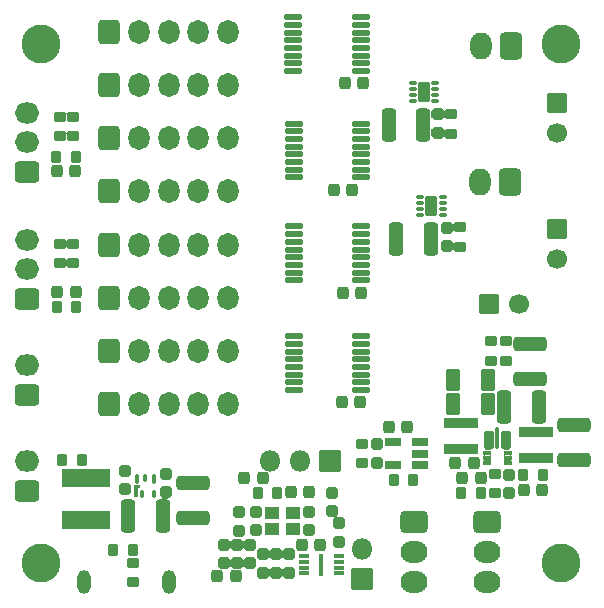
<source format=gbs>
G04 #@! TF.GenerationSoftware,KiCad,Pcbnew,(6.0.7)*
G04 #@! TF.CreationDate,2022-10-27T11:50:25+02:00*
G04 #@! TF.ProjectId,pumpCon,70756d70-436f-46e2-9e6b-696361645f70,rev?*
G04 #@! TF.SameCoordinates,Original*
G04 #@! TF.FileFunction,Soldermask,Bot*
G04 #@! TF.FilePolarity,Negative*
%FSLAX46Y46*%
G04 Gerber Fmt 4.6, Leading zero omitted, Abs format (unit mm)*
G04 Created by KiCad (PCBNEW (6.0.7)) date 2022-10-27 11:50:25*
%MOMM*%
%LPD*%
G01*
G04 APERTURE LIST*
G04 Aperture macros list*
%AMRoundRect*
0 Rectangle with rounded corners*
0 $1 Rounding radius*
0 $2 $3 $4 $5 $6 $7 $8 $9 X,Y pos of 4 corners*
0 Add a 4 corners polygon primitive as box body*
4,1,4,$2,$3,$4,$5,$6,$7,$8,$9,$2,$3,0*
0 Add four circle primitives for the rounded corners*
1,1,$1+$1,$2,$3*
1,1,$1+$1,$4,$5*
1,1,$1+$1,$6,$7*
1,1,$1+$1,$8,$9*
0 Add four rect primitives between the rounded corners*
20,1,$1+$1,$2,$3,$4,$5,0*
20,1,$1+$1,$4,$5,$6,$7,0*
20,1,$1+$1,$6,$7,$8,$9,0*
20,1,$1+$1,$8,$9,$2,$3,0*%
%AMFreePoly0*
4,1,32,-0.330865,0.346194,-0.295510,0.331549,-0.268451,0.304490,-0.253806,0.269135,-0.250000,0.250000,-0.250000,0.150000,0.450000,0.150000,0.469135,0.146194,0.504490,0.131549,0.531549,0.104490,0.546194,0.069135,0.550000,0.050000,0.550000,-0.050000,0.546194,-0.069135,0.531549,-0.104490,0.504490,-0.131549,0.469135,-0.146194,0.450000,-0.150000,-0.450000,-0.150000,-0.469135,-0.146194,
-0.504490,-0.131549,-0.531549,-0.104490,-0.546194,-0.069135,-0.550000,-0.050000,-0.550000,0.250000,-0.546194,0.269135,-0.531549,0.304490,-0.504490,0.331549,-0.469135,0.346194,-0.450000,0.350000,-0.350000,0.350000,-0.330865,0.346194,-0.330865,0.346194,$1*%
G04 Aperture macros list end*
%ADD10O,1.150000X2.000000*%
%ADD11RoundRect,0.300000X0.620000X0.845000X-0.620000X0.845000X-0.620000X-0.845000X0.620000X-0.845000X0*%
%ADD12O,1.840000X2.290000*%
%ADD13RoundRect,0.300000X-0.600000X-0.725000X0.600000X-0.725000X0.600000X0.725000X-0.600000X0.725000X0*%
%ADD14O,1.800000X2.050000*%
%ADD15RoundRect,0.050000X-0.850000X0.850000X-0.850000X-0.850000X0.850000X-0.850000X0.850000X0.850000X0*%
%ADD16O,1.800000X1.800000*%
%ADD17RoundRect,0.300000X0.725000X-0.600000X0.725000X0.600000X-0.725000X0.600000X-0.725000X-0.600000X0*%
%ADD18O,2.050000X1.800000*%
%ADD19RoundRect,0.050000X0.850000X0.850000X-0.850000X0.850000X-0.850000X-0.850000X0.850000X-0.850000X0*%
%ADD20RoundRect,0.300000X0.750000X-0.600000X0.750000X0.600000X-0.750000X0.600000X-0.750000X-0.600000X0*%
%ADD21O,2.100000X1.800000*%
%ADD22RoundRect,0.300000X-0.845000X0.620000X-0.845000X-0.620000X0.845000X-0.620000X0.845000X0.620000X0*%
%ADD23O,2.290000X1.840000*%
%ADD24C,3.300000*%
%ADD25RoundRect,0.050000X-0.800000X-0.800000X0.800000X-0.800000X0.800000X0.800000X-0.800000X0.800000X0*%
%ADD26C,1.700000*%
%ADD27RoundRect,0.050000X-0.800000X0.800000X-0.800000X-0.800000X0.800000X-0.800000X0.800000X0.800000X0*%
%ADD28RoundRect,0.275000X-0.250000X0.225000X-0.250000X-0.225000X0.250000X-0.225000X0.250000X0.225000X0*%
%ADD29RoundRect,0.250000X-0.200000X-0.275000X0.200000X-0.275000X0.200000X0.275000X-0.200000X0.275000X0*%
%ADD30RoundRect,0.200000X0.512500X0.150000X-0.512500X0.150000X-0.512500X-0.150000X0.512500X-0.150000X0*%
%ADD31RoundRect,0.300000X0.325000X0.650000X-0.325000X0.650000X-0.325000X-0.650000X0.325000X-0.650000X0*%
%ADD32RoundRect,0.275000X0.225000X0.250000X-0.225000X0.250000X-0.225000X-0.250000X0.225000X-0.250000X0*%
%ADD33RoundRect,0.275000X-0.225000X-0.250000X0.225000X-0.250000X0.225000X0.250000X-0.225000X0.250000X0*%
%ADD34RoundRect,0.050000X1.350000X-0.400000X1.350000X0.400000X-1.350000X0.400000X-1.350000X-0.400000X0*%
%ADD35RoundRect,0.250000X0.200000X0.275000X-0.200000X0.275000X-0.200000X-0.275000X0.200000X-0.275000X0*%
%ADD36RoundRect,0.275000X0.250000X-0.225000X0.250000X0.225000X-0.250000X0.225000X-0.250000X-0.225000X0*%
%ADD37RoundRect,0.250000X-0.275000X0.200000X-0.275000X-0.200000X0.275000X-0.200000X0.275000X0.200000X0*%
%ADD38RoundRect,0.250000X0.275000X-0.200000X0.275000X0.200000X-0.275000X0.200000X-0.275000X-0.200000X0*%
%ADD39RoundRect,0.250000X0.200000X0.525000X-0.200000X0.525000X-0.200000X-0.525000X0.200000X-0.525000X0*%
%ADD40RoundRect,0.125000X0.225000X0.075000X-0.225000X0.075000X-0.225000X-0.075000X0.225000X-0.075000X0*%
%ADD41RoundRect,0.125000X0.075000X0.787500X-0.075000X0.787500X-0.075000X-0.787500X0.075000X-0.787500X0*%
%ADD42RoundRect,0.300000X-1.100000X0.325000X-1.100000X-0.325000X1.100000X-0.325000X1.100000X0.325000X0*%
%ADD43RoundRect,0.100000X-0.050000X0.300000X-0.050000X-0.300000X0.050000X-0.300000X0.050000X0.300000X0*%
%ADD44RoundRect,0.100000X-0.050000X0.250000X-0.050000X-0.250000X0.050000X-0.250000X0.050000X0.250000X0*%
%ADD45FreePoly0,270.000000*%
%ADD46RoundRect,0.150000X-0.637500X-0.100000X0.637500X-0.100000X0.637500X0.100000X-0.637500X0.100000X0*%
%ADD47RoundRect,0.050000X0.250000X0.125000X-0.250000X0.125000X-0.250000X-0.125000X0.250000X-0.125000X0*%
%ADD48RoundRect,0.050000X0.450000X0.800000X-0.450000X0.800000X-0.450000X-0.800000X0.450000X-0.800000X0*%
%ADD49RoundRect,0.300000X-0.325000X-1.100000X0.325000X-1.100000X0.325000X1.100000X-0.325000X1.100000X0*%
%ADD50RoundRect,0.300000X0.325000X1.100000X-0.325000X1.100000X-0.325000X-1.100000X0.325000X-1.100000X0*%
%ADD51RoundRect,0.268750X0.218750X0.256250X-0.218750X0.256250X-0.218750X-0.256250X0.218750X-0.256250X0*%
%ADD52RoundRect,0.300000X1.100000X-0.325000X1.100000X0.325000X-1.100000X0.325000X-1.100000X-0.325000X0*%
%ADD53RoundRect,0.050000X0.575000X0.500000X-0.575000X0.500000X-0.575000X-0.500000X0.575000X-0.500000X0*%
%ADD54RoundRect,0.050000X0.375000X0.150000X-0.375000X0.150000X-0.375000X-0.150000X0.375000X-0.150000X0*%
%ADD55RoundRect,0.050000X0.150000X0.850000X-0.150000X0.850000X-0.150000X-0.850000X0.150000X-0.850000X0*%
%ADD56RoundRect,0.050000X-2.000000X0.750000X-2.000000X-0.750000X2.000000X-0.750000X2.000000X0.750000X0*%
G04 APERTURE END LIST*
D10*
X72825000Y-110050000D03*
X65675000Y-110050000D03*
D11*
X101770000Y-64680000D03*
D12*
X99230000Y-64680000D03*
D13*
X67800000Y-77000000D03*
D14*
X70300000Y-77000000D03*
X72800000Y-77000000D03*
X75300000Y-77000000D03*
X77800000Y-77000000D03*
D13*
X67800000Y-81500000D03*
D14*
X70300000Y-81500000D03*
X72800000Y-81500000D03*
X75300000Y-81500000D03*
X77800000Y-81500000D03*
D15*
X86475000Y-99800000D03*
D16*
X83935000Y-99800000D03*
X81395000Y-99800000D03*
D17*
X60800000Y-86100000D03*
D18*
X60800000Y-83600000D03*
X60800000Y-81100000D03*
D19*
X89175000Y-109850000D03*
D16*
X89175000Y-107310000D03*
D13*
X67800000Y-90500000D03*
D14*
X70300000Y-90500000D03*
X72800000Y-90500000D03*
X75300000Y-90500000D03*
X77800000Y-90500000D03*
D20*
X60800000Y-94200000D03*
D21*
X60800000Y-91700000D03*
D11*
X101720000Y-76230000D03*
D12*
X99180000Y-76230000D03*
D13*
X67800000Y-86000000D03*
D14*
X70300000Y-86000000D03*
X72800000Y-86000000D03*
X75300000Y-86000000D03*
X77800000Y-86000000D03*
D22*
X93580000Y-104960000D03*
D23*
X93580000Y-107500000D03*
X93580000Y-110040000D03*
D24*
X106000000Y-64500000D03*
D13*
X67800000Y-63500000D03*
D14*
X70300000Y-63500000D03*
X72800000Y-63500000D03*
X75300000Y-63500000D03*
X77800000Y-63500000D03*
D13*
X67800000Y-68000000D03*
D14*
X70300000Y-68000000D03*
X72800000Y-68000000D03*
X75300000Y-68000000D03*
X77800000Y-68000000D03*
D25*
X99950000Y-86500000D03*
D26*
X102450000Y-86500000D03*
D24*
X62000000Y-108500000D03*
D27*
X105700000Y-80217621D03*
D26*
X105700000Y-82717621D03*
D20*
X60800000Y-102350000D03*
D21*
X60800000Y-99850000D03*
D13*
X67800000Y-95000000D03*
D14*
X70300000Y-95000000D03*
X72800000Y-95000000D03*
X75300000Y-95000000D03*
X77800000Y-95000000D03*
D27*
X105650000Y-69517621D03*
D26*
X105650000Y-72017621D03*
D17*
X60800000Y-75350000D03*
D18*
X60800000Y-72850000D03*
X60800000Y-70350000D03*
D13*
X67800000Y-72500000D03*
D14*
X70300000Y-72500000D03*
X72800000Y-72500000D03*
X75300000Y-72500000D03*
X77800000Y-72500000D03*
D24*
X106000000Y-108500000D03*
X62000000Y-64500000D03*
D22*
X99780000Y-104960000D03*
D23*
X99780000Y-107500000D03*
X99780000Y-110040000D03*
D28*
X80200000Y-104125000D03*
X80200000Y-105675000D03*
D29*
X97575000Y-102500000D03*
X99225000Y-102500000D03*
D30*
X94087500Y-98250000D03*
X94087500Y-99200000D03*
X94087500Y-100150000D03*
X91812500Y-100150000D03*
X91812500Y-98250000D03*
D29*
X63800000Y-99750000D03*
X65450000Y-99750000D03*
D31*
X99825000Y-95000000D03*
X96875000Y-95000000D03*
D28*
X95600000Y-70475000D03*
X95600000Y-72025000D03*
D32*
X64925000Y-85550000D03*
X63375000Y-85550000D03*
D29*
X102825000Y-101000000D03*
X104475000Y-101000000D03*
D33*
X84075000Y-106900000D03*
X85625000Y-106900000D03*
X97075000Y-100000000D03*
X98625000Y-100000000D03*
D34*
X97600000Y-98850000D03*
X97600000Y-96650000D03*
D28*
X96355000Y-80075000D03*
X96355000Y-81625000D03*
D35*
X64925000Y-74050000D03*
X63275000Y-74050000D03*
D33*
X83175000Y-102450000D03*
X84725000Y-102450000D03*
D36*
X78600000Y-108475000D03*
X78600000Y-106925000D03*
D34*
X103900000Y-99600000D03*
X103900000Y-97400000D03*
D36*
X101650000Y-102525000D03*
X101650000Y-100975000D03*
D37*
X64700000Y-81425000D03*
X64700000Y-83075000D03*
X96700000Y-70475000D03*
X96700000Y-72125000D03*
D38*
X89200000Y-100025000D03*
X89200000Y-98375000D03*
D28*
X78800000Y-104175000D03*
X78800000Y-105725000D03*
D39*
X101400000Y-98062500D03*
D40*
X101500000Y-99112500D03*
X101500000Y-99562500D03*
X101500000Y-100012500D03*
X99800000Y-100012500D03*
X99800000Y-99562500D03*
X99800000Y-99112500D03*
D39*
X99900000Y-98062500D03*
D41*
X100650000Y-97925000D03*
D32*
X80775000Y-101300000D03*
X79225000Y-101300000D03*
D42*
X107100000Y-96775000D03*
X107100000Y-99725000D03*
D36*
X80800000Y-109275000D03*
X80800000Y-107725000D03*
D43*
X70150000Y-101350000D03*
D44*
X70800000Y-101300000D03*
D43*
X71600000Y-101350000D03*
D44*
X71600000Y-102600000D03*
X70575000Y-102600000D03*
D45*
X70075000Y-102400000D03*
D29*
X68125000Y-107350000D03*
X69775000Y-107350000D03*
D46*
X83337500Y-66825000D03*
X83337500Y-66175000D03*
X83337500Y-65525000D03*
X83337500Y-64875000D03*
X83337500Y-64225000D03*
X83337500Y-63575000D03*
X83337500Y-62925000D03*
X83337500Y-62275000D03*
X89062500Y-62275000D03*
X89062500Y-62925000D03*
X89062500Y-63575000D03*
X89062500Y-64225000D03*
X89062500Y-64875000D03*
X89062500Y-65525000D03*
X89062500Y-66175000D03*
X89062500Y-66825000D03*
X83387500Y-93825000D03*
X83387500Y-93175000D03*
X83387500Y-92525000D03*
X83387500Y-91875000D03*
X83387500Y-91225000D03*
X83387500Y-90575000D03*
X83387500Y-89925000D03*
X83387500Y-89275000D03*
X89112500Y-89275000D03*
X89112500Y-89925000D03*
X89112500Y-90575000D03*
X89112500Y-91225000D03*
X89112500Y-91875000D03*
X89112500Y-92525000D03*
X89112500Y-93175000D03*
X89112500Y-93825000D03*
D32*
X99225000Y-101250000D03*
X97675000Y-101250000D03*
X89125000Y-85600000D03*
X87575000Y-85600000D03*
D35*
X64975000Y-86750000D03*
X63325000Y-86750000D03*
X82025000Y-102500000D03*
X80375000Y-102500000D03*
D31*
X99825000Y-93000000D03*
X96875000Y-93000000D03*
D36*
X69100000Y-102225000D03*
X69100000Y-100675000D03*
D47*
X96000000Y-77500000D03*
X96000000Y-78000000D03*
X96000000Y-78500000D03*
X96000000Y-79000000D03*
X94100000Y-79000000D03*
X94100000Y-78500000D03*
X94100000Y-78000000D03*
X94100000Y-77500000D03*
D48*
X95050000Y-78250000D03*
D33*
X102875000Y-102250000D03*
X104425000Y-102250000D03*
D36*
X77500000Y-108475000D03*
X77500000Y-106925000D03*
X84700000Y-105675000D03*
X84700000Y-104125000D03*
D37*
X100400000Y-100925000D03*
X100400000Y-102575000D03*
D28*
X90450000Y-98425000D03*
X90450000Y-99975000D03*
D36*
X81900000Y-109275000D03*
X81900000Y-107725000D03*
D37*
X101350000Y-89675000D03*
X101350000Y-91325000D03*
D28*
X87200000Y-105100000D03*
X87200000Y-106650000D03*
D37*
X69750000Y-108425000D03*
X69750000Y-110075000D03*
D49*
X101175000Y-95250000D03*
X104125000Y-95250000D03*
D50*
X94375000Y-71350000D03*
X91425000Y-71350000D03*
D35*
X93525000Y-101450000D03*
X91875000Y-101450000D03*
D32*
X89025000Y-94850000D03*
X87475000Y-94850000D03*
D50*
X72325000Y-104450000D03*
X69375000Y-104450000D03*
D38*
X63650000Y-72325000D03*
X63650000Y-70675000D03*
D42*
X103400000Y-89920000D03*
X103400000Y-92870000D03*
D51*
X78487500Y-109600000D03*
X76912500Y-109600000D03*
D52*
X74850000Y-104625000D03*
X74850000Y-101675000D03*
D33*
X91425000Y-96950000D03*
X92975000Y-96950000D03*
D32*
X64875000Y-75250000D03*
X63325000Y-75250000D03*
D36*
X72600000Y-102475000D03*
X72600000Y-100925000D03*
D53*
X83325000Y-105600000D03*
X81575000Y-105600000D03*
X81575000Y-104200000D03*
X83325000Y-104200000D03*
D46*
X83387500Y-75825000D03*
X83387500Y-75175000D03*
X83387500Y-74525000D03*
X83387500Y-73875000D03*
X83387500Y-73225000D03*
X83387500Y-72575000D03*
X83387500Y-71925000D03*
X83387500Y-71275000D03*
X89112500Y-71275000D03*
X89112500Y-71925000D03*
X89112500Y-72575000D03*
X89112500Y-73225000D03*
X89112500Y-73875000D03*
X89112500Y-74525000D03*
X89112500Y-75175000D03*
X89112500Y-75825000D03*
D36*
X86600000Y-104075000D03*
X86600000Y-102525000D03*
X79700000Y-108475000D03*
X79700000Y-106925000D03*
D47*
X95370000Y-67850000D03*
X95370000Y-68350000D03*
X95370000Y-68850000D03*
X95370000Y-69350000D03*
X93470000Y-69350000D03*
X93470000Y-68850000D03*
X93470000Y-68350000D03*
X93470000Y-67850000D03*
D48*
X94420000Y-68600000D03*
D46*
X83387500Y-84525000D03*
X83387500Y-83875000D03*
X83387500Y-83225000D03*
X83387500Y-82575000D03*
X83387500Y-81925000D03*
X83387500Y-81275000D03*
X83387500Y-80625000D03*
X83387500Y-79975000D03*
X89112500Y-79975000D03*
X89112500Y-80625000D03*
X89112500Y-81275000D03*
X89112500Y-81925000D03*
X89112500Y-82575000D03*
X89112500Y-83225000D03*
X89112500Y-83875000D03*
X89112500Y-84525000D03*
D37*
X97450000Y-80025000D03*
X97450000Y-81675000D03*
D50*
X95005000Y-81000000D03*
X92055000Y-81000000D03*
D36*
X83000000Y-109275000D03*
X83000000Y-107725000D03*
D37*
X100100000Y-89675000D03*
X100100000Y-91325000D03*
D54*
X87200000Y-107850000D03*
X87200000Y-108350000D03*
X87200000Y-108850000D03*
X87200000Y-109350000D03*
X84300000Y-109350000D03*
X84300000Y-108850000D03*
X84300000Y-108350000D03*
X84300000Y-107850000D03*
D55*
X85750000Y-108600000D03*
D37*
X64750000Y-70675000D03*
X64750000Y-72325000D03*
D38*
X63600000Y-83075000D03*
X63600000Y-81425000D03*
D56*
X65850000Y-101250000D03*
X65850000Y-104850000D03*
D32*
X89275000Y-67800000D03*
X87725000Y-67800000D03*
X88325000Y-76900000D03*
X86775000Y-76900000D03*
G36*
X82408294Y-108957744D02*
G01*
X82433640Y-108980971D01*
X82470266Y-108979371D01*
X82491596Y-108958041D01*
X82493528Y-108957523D01*
X82494942Y-108958937D01*
X82494972Y-108959845D01*
X82477000Y-109050199D01*
X82477000Y-109499801D01*
X82495019Y-109590391D01*
X82494376Y-109592285D01*
X82492414Y-109592675D01*
X82491706Y-109592256D01*
X82466360Y-109569029D01*
X82429734Y-109570629D01*
X82408404Y-109591959D01*
X82406472Y-109592477D01*
X82405058Y-109591063D01*
X82405028Y-109590155D01*
X82423000Y-109499801D01*
X82423000Y-109050199D01*
X82404981Y-108959609D01*
X82405624Y-108957715D01*
X82407586Y-108957325D01*
X82408294Y-108957744D01*
G37*
G36*
X81308294Y-108957744D02*
G01*
X81333640Y-108980971D01*
X81370266Y-108979371D01*
X81391596Y-108958041D01*
X81393528Y-108957523D01*
X81394942Y-108958937D01*
X81394972Y-108959845D01*
X81377000Y-109050199D01*
X81377000Y-109499801D01*
X81395019Y-109590391D01*
X81394376Y-109592285D01*
X81392414Y-109592675D01*
X81391706Y-109592256D01*
X81366360Y-109569029D01*
X81329734Y-109570629D01*
X81308404Y-109591959D01*
X81306472Y-109592477D01*
X81305058Y-109591063D01*
X81305028Y-109590155D01*
X81323000Y-109499801D01*
X81323000Y-109050199D01*
X81304981Y-108959609D01*
X81305624Y-108957715D01*
X81307586Y-108957325D01*
X81308294Y-108957744D01*
G37*
G36*
X78008294Y-108157744D02*
G01*
X78033640Y-108180971D01*
X78070266Y-108179371D01*
X78091596Y-108158041D01*
X78093528Y-108157523D01*
X78094942Y-108158937D01*
X78094972Y-108159845D01*
X78077000Y-108250199D01*
X78077000Y-108699801D01*
X78095019Y-108790391D01*
X78094376Y-108792285D01*
X78092414Y-108792675D01*
X78091706Y-108792256D01*
X78066360Y-108769029D01*
X78029734Y-108770629D01*
X78008404Y-108791959D01*
X78006472Y-108792477D01*
X78005058Y-108791063D01*
X78005028Y-108790155D01*
X78023000Y-108699801D01*
X78023000Y-108250199D01*
X78004981Y-108159609D01*
X78005624Y-108157715D01*
X78007586Y-108157325D01*
X78008294Y-108157744D01*
G37*
G36*
X79108294Y-108157744D02*
G01*
X79133640Y-108180971D01*
X79170266Y-108179371D01*
X79191596Y-108158041D01*
X79193528Y-108157523D01*
X79194942Y-108158937D01*
X79194972Y-108159845D01*
X79177000Y-108250199D01*
X79177000Y-108699801D01*
X79195019Y-108790391D01*
X79194376Y-108792285D01*
X79192414Y-108792675D01*
X79191706Y-108792256D01*
X79166360Y-108769029D01*
X79129734Y-108770629D01*
X79108404Y-108791959D01*
X79106472Y-108792477D01*
X79105058Y-108791063D01*
X79105028Y-108790155D01*
X79123000Y-108699801D01*
X79123000Y-108250199D01*
X79104981Y-108159609D01*
X79105624Y-108157715D01*
X79107586Y-108157325D01*
X79108294Y-108157744D01*
G37*
G36*
X82408294Y-107407744D02*
G01*
X82433640Y-107430971D01*
X82470266Y-107429371D01*
X82491596Y-107408041D01*
X82493528Y-107407523D01*
X82494942Y-107408937D01*
X82494972Y-107409845D01*
X82477000Y-107500199D01*
X82477000Y-107949801D01*
X82495019Y-108040391D01*
X82494376Y-108042285D01*
X82492414Y-108042675D01*
X82491706Y-108042256D01*
X82466360Y-108019029D01*
X82429734Y-108020629D01*
X82408404Y-108041959D01*
X82406472Y-108042477D01*
X82405058Y-108041063D01*
X82405028Y-108040155D01*
X82423000Y-107949801D01*
X82423000Y-107500199D01*
X82404981Y-107409609D01*
X82405624Y-107407715D01*
X82407586Y-107407325D01*
X82408294Y-107407744D01*
G37*
G36*
X81308294Y-107407744D02*
G01*
X81333640Y-107430971D01*
X81370266Y-107429371D01*
X81391596Y-107408041D01*
X81393528Y-107407523D01*
X81394942Y-107408937D01*
X81394972Y-107409845D01*
X81377000Y-107500199D01*
X81377000Y-107949801D01*
X81395019Y-108040391D01*
X81394376Y-108042285D01*
X81392414Y-108042675D01*
X81391706Y-108042256D01*
X81366360Y-108019029D01*
X81329734Y-108020629D01*
X81308404Y-108041959D01*
X81306472Y-108042477D01*
X81305058Y-108041063D01*
X81305028Y-108040155D01*
X81323000Y-107949801D01*
X81323000Y-107500199D01*
X81304981Y-107409609D01*
X81305624Y-107407715D01*
X81307586Y-107407325D01*
X81308294Y-107407744D01*
G37*
G36*
X78008294Y-106607744D02*
G01*
X78033640Y-106630971D01*
X78070266Y-106629371D01*
X78091596Y-106608041D01*
X78093528Y-106607523D01*
X78094942Y-106608937D01*
X78094972Y-106609845D01*
X78077000Y-106700199D01*
X78077000Y-107149801D01*
X78095019Y-107240391D01*
X78094376Y-107242285D01*
X78092414Y-107242675D01*
X78091706Y-107242256D01*
X78066360Y-107219029D01*
X78029734Y-107220629D01*
X78008404Y-107241959D01*
X78006472Y-107242477D01*
X78005058Y-107241063D01*
X78005028Y-107240155D01*
X78023000Y-107149801D01*
X78023000Y-106700199D01*
X78004981Y-106609609D01*
X78005624Y-106607715D01*
X78007586Y-106607325D01*
X78008294Y-106607744D01*
G37*
G36*
X79108294Y-106607744D02*
G01*
X79133640Y-106630971D01*
X79170266Y-106629371D01*
X79191596Y-106608041D01*
X79193528Y-106607523D01*
X79194942Y-106608937D01*
X79194972Y-106609845D01*
X79177000Y-106700199D01*
X79177000Y-107149801D01*
X79195019Y-107240391D01*
X79194376Y-107242285D01*
X79192414Y-107242675D01*
X79191706Y-107242256D01*
X79166360Y-107219029D01*
X79129734Y-107220629D01*
X79108404Y-107241959D01*
X79106472Y-107242477D01*
X79105058Y-107241063D01*
X79105028Y-107240155D01*
X79123000Y-107149801D01*
X79123000Y-106700199D01*
X79104981Y-106609609D01*
X79105624Y-106607715D01*
X79107586Y-106607325D01*
X79108294Y-106607744D01*
G37*
G36*
X87025408Y-104508383D02*
G01*
X87024826Y-104509928D01*
X87018975Y-104515779D01*
X87004800Y-104550002D01*
X87018810Y-104583826D01*
X87053397Y-104598152D01*
X87054615Y-104599739D01*
X87053850Y-104601587D01*
X87052632Y-104602000D01*
X86950199Y-104602000D01*
X86845541Y-104622818D01*
X86777699Y-104668149D01*
X86775703Y-104668280D01*
X86774592Y-104666617D01*
X86775174Y-104665072D01*
X86781025Y-104659221D01*
X86795200Y-104624998D01*
X86781190Y-104591174D01*
X86746603Y-104576848D01*
X86745385Y-104575261D01*
X86746150Y-104573413D01*
X86747368Y-104573000D01*
X86849801Y-104573000D01*
X86954459Y-104552182D01*
X87022301Y-104506851D01*
X87024297Y-104506720D01*
X87025408Y-104508383D01*
G37*
G36*
X72350199Y-102973000D02*
G01*
X72771286Y-102973000D01*
X72773018Y-102974000D01*
X72773018Y-102976000D01*
X72772051Y-102976848D01*
X72737464Y-102991174D01*
X72723454Y-103024998D01*
X72737561Y-103059058D01*
X72750359Y-103068194D01*
X72782980Y-103084140D01*
X72784097Y-103085799D01*
X72783219Y-103087596D01*
X72781293Y-103087766D01*
X72718485Y-103059998D01*
X72649880Y-103052000D01*
X72236027Y-103052000D01*
X72234295Y-103051000D01*
X72234295Y-103049000D01*
X72235262Y-103048152D01*
X72269849Y-103033826D01*
X72283859Y-103000002D01*
X72269755Y-102965950D01*
X72259688Y-102958902D01*
X72258843Y-102957090D01*
X72259990Y-102955451D01*
X72261225Y-102955302D01*
X72350199Y-102973000D01*
G37*
G36*
X100082269Y-99747884D02*
G01*
X100081936Y-99749126D01*
X100062531Y-99778167D01*
X100069717Y-99814294D01*
X100079598Y-99824175D01*
X100080116Y-99826107D01*
X100078702Y-99827521D01*
X100077073Y-99827252D01*
X100072056Y-99823900D01*
X100024801Y-99814500D01*
X99575199Y-99814500D01*
X99527944Y-99823900D01*
X99520838Y-99828648D01*
X99518842Y-99828779D01*
X99517731Y-99827116D01*
X99518064Y-99825874D01*
X99537469Y-99796833D01*
X99530283Y-99760706D01*
X99520402Y-99750825D01*
X99519884Y-99748893D01*
X99521298Y-99747479D01*
X99522927Y-99747748D01*
X99527944Y-99751100D01*
X99575199Y-99760500D01*
X100024801Y-99760500D01*
X100072056Y-99751100D01*
X100079162Y-99746352D01*
X100081158Y-99746221D01*
X100082269Y-99747884D01*
G37*
G36*
X101782269Y-99747884D02*
G01*
X101781936Y-99749126D01*
X101762531Y-99778167D01*
X101769717Y-99814294D01*
X101779598Y-99824175D01*
X101780116Y-99826107D01*
X101778702Y-99827521D01*
X101777073Y-99827252D01*
X101772056Y-99823900D01*
X101724801Y-99814500D01*
X101275199Y-99814500D01*
X101227944Y-99823900D01*
X101220838Y-99828648D01*
X101218842Y-99828779D01*
X101217731Y-99827116D01*
X101218064Y-99825874D01*
X101237469Y-99796833D01*
X101230283Y-99760706D01*
X101220402Y-99750825D01*
X101219884Y-99748893D01*
X101221298Y-99747479D01*
X101222927Y-99747748D01*
X101227944Y-99751100D01*
X101275199Y-99760500D01*
X101724801Y-99760500D01*
X101772056Y-99751100D01*
X101779162Y-99746352D01*
X101781158Y-99746221D01*
X101782269Y-99747884D01*
G37*
G36*
X101782269Y-99297884D02*
G01*
X101781936Y-99299126D01*
X101762531Y-99328167D01*
X101769717Y-99364294D01*
X101779598Y-99374175D01*
X101780116Y-99376107D01*
X101778702Y-99377521D01*
X101777073Y-99377252D01*
X101772056Y-99373900D01*
X101724801Y-99364500D01*
X101275199Y-99364500D01*
X101227944Y-99373900D01*
X101220838Y-99378648D01*
X101218842Y-99378779D01*
X101217731Y-99377116D01*
X101218064Y-99375874D01*
X101237469Y-99346833D01*
X101230283Y-99310706D01*
X101220402Y-99300825D01*
X101219884Y-99298893D01*
X101221298Y-99297479D01*
X101222927Y-99297748D01*
X101227944Y-99301100D01*
X101275199Y-99310500D01*
X101724801Y-99310500D01*
X101772056Y-99301100D01*
X101779162Y-99296352D01*
X101781158Y-99296221D01*
X101782269Y-99297884D01*
G37*
G36*
X100082269Y-99297884D02*
G01*
X100081936Y-99299126D01*
X100062531Y-99328167D01*
X100069717Y-99364294D01*
X100079598Y-99374175D01*
X100080116Y-99376107D01*
X100078702Y-99377521D01*
X100077073Y-99377252D01*
X100072056Y-99373900D01*
X100024801Y-99364500D01*
X99575199Y-99364500D01*
X99527944Y-99373900D01*
X99520838Y-99378648D01*
X99518842Y-99378779D01*
X99517731Y-99377116D01*
X99518064Y-99375874D01*
X99537469Y-99346833D01*
X99530283Y-99310706D01*
X99520402Y-99300825D01*
X99519884Y-99298893D01*
X99521298Y-99297479D01*
X99522927Y-99297748D01*
X99527944Y-99301100D01*
X99575199Y-99310500D01*
X100024801Y-99310500D01*
X100072056Y-99301100D01*
X100079162Y-99296352D01*
X100081158Y-99296221D01*
X100082269Y-99297884D01*
G37*
G36*
X101684679Y-98819637D02*
G01*
X101685069Y-98821599D01*
X101684625Y-98822334D01*
X101662773Y-98845320D01*
X101663700Y-98881918D01*
X101690406Y-98907307D01*
X101707781Y-98910534D01*
X101709302Y-98911833D01*
X101708936Y-98913800D01*
X101707416Y-98914500D01*
X101275199Y-98914500D01*
X101227944Y-98923900D01*
X101222240Y-98927711D01*
X101220244Y-98927842D01*
X101219133Y-98926179D01*
X101219466Y-98924937D01*
X101238873Y-98895893D01*
X101231730Y-98859985D01*
X101200601Y-98839186D01*
X101200705Y-98839031D01*
X101199699Y-98838218D01*
X101200011Y-98836243D01*
X101201566Y-98835500D01*
X101599801Y-98835500D01*
X101682785Y-98818994D01*
X101684679Y-98819637D01*
G37*
G36*
X99700199Y-98835500D02*
G01*
X100099805Y-98835500D01*
X100101346Y-98835193D01*
X100102673Y-98835643D01*
X100103843Y-98834696D01*
X100173015Y-98820937D01*
X100174909Y-98821580D01*
X100175299Y-98823542D01*
X100174217Y-98824727D01*
X100156972Y-98832387D01*
X100156393Y-98832545D01*
X100104466Y-98838644D01*
X100103332Y-98838156D01*
X100102713Y-98838900D01*
X100070491Y-98856908D01*
X100060523Y-98892135D01*
X100077926Y-98923274D01*
X100077898Y-98925274D01*
X100076152Y-98926250D01*
X100075069Y-98925913D01*
X100072056Y-98923900D01*
X100024801Y-98914500D01*
X99592645Y-98914500D01*
X99590913Y-98913500D01*
X99590913Y-98911500D01*
X99591880Y-98910652D01*
X99626467Y-98896326D01*
X99640477Y-98862502D01*
X99626378Y-98828462D01*
X99618707Y-98823205D01*
X99617844Y-98821401D01*
X99618975Y-98819751D01*
X99620228Y-98819593D01*
X99700199Y-98835500D01*
G37*
G36*
X64109837Y-82790393D02*
G01*
X64132833Y-82812253D01*
X64169460Y-82811325D01*
X64190078Y-82790671D01*
X64192009Y-82790152D01*
X64193424Y-82791565D01*
X64193455Y-82792474D01*
X64177000Y-82875199D01*
X64177000Y-83274801D01*
X64193503Y-83357767D01*
X64192860Y-83359661D01*
X64190898Y-83360051D01*
X64190163Y-83359607D01*
X64167167Y-83337747D01*
X64130540Y-83338675D01*
X64109922Y-83359329D01*
X64107991Y-83359848D01*
X64106576Y-83358435D01*
X64106545Y-83357526D01*
X64123000Y-83274801D01*
X64123000Y-82875199D01*
X64106497Y-82792233D01*
X64107140Y-82790339D01*
X64109102Y-82789949D01*
X64109837Y-82790393D01*
G37*
G36*
X96864718Y-81313212D02*
G01*
X96874832Y-81334901D01*
X96875625Y-81334970D01*
X96876210Y-81335609D01*
X96890715Y-81360729D01*
X96926079Y-81370204D01*
X96958048Y-81351744D01*
X96963781Y-81342079D01*
X96967603Y-81333433D01*
X96968017Y-81332829D01*
X96982303Y-81318518D01*
X96984234Y-81317999D01*
X96985649Y-81319412D01*
X96985381Y-81321042D01*
X96945915Y-81380108D01*
X96927000Y-81475199D01*
X96927000Y-81874801D01*
X96942947Y-81954972D01*
X96942304Y-81956866D01*
X96940342Y-81957256D01*
X96939607Y-81956812D01*
X96915426Y-81933824D01*
X96878788Y-81934751D01*
X96861439Y-81951784D01*
X96859503Y-81952284D01*
X96858101Y-81950857D01*
X96858076Y-81949967D01*
X96878000Y-81849801D01*
X96878000Y-81400199D01*
X96860943Y-81314447D01*
X96861586Y-81312553D01*
X96863548Y-81312163D01*
X96864718Y-81313212D01*
G37*
G36*
X64109837Y-81140393D02*
G01*
X64132833Y-81162253D01*
X64169460Y-81161325D01*
X64190078Y-81140671D01*
X64192009Y-81140152D01*
X64193424Y-81141565D01*
X64193455Y-81142474D01*
X64177000Y-81225199D01*
X64177000Y-81624801D01*
X64193503Y-81707767D01*
X64192860Y-81709661D01*
X64190898Y-81710051D01*
X64190163Y-81709607D01*
X64167167Y-81687747D01*
X64130540Y-81688675D01*
X64109922Y-81709329D01*
X64107991Y-81709848D01*
X64106576Y-81708435D01*
X64106545Y-81707526D01*
X64123000Y-81624801D01*
X64123000Y-81225199D01*
X64106497Y-81142233D01*
X64107140Y-81140339D01*
X64109102Y-81139949D01*
X64109837Y-81140393D01*
G37*
G36*
X96942857Y-79744375D02*
G01*
X96942892Y-79745302D01*
X96927000Y-79825199D01*
X96927000Y-80224801D01*
X96945915Y-80319892D01*
X96985505Y-80379144D01*
X96985636Y-80381140D01*
X96983973Y-80382251D01*
X96982429Y-80381670D01*
X96968265Y-80367530D01*
X96967850Y-80366927D01*
X96963876Y-80357981D01*
X96937028Y-80332460D01*
X96900430Y-80333387D01*
X96874994Y-80360145D01*
X96872462Y-80370097D01*
X96872337Y-80370449D01*
X96864718Y-80386788D01*
X96863079Y-80387935D01*
X96861267Y-80387090D01*
X96860943Y-80385553D01*
X96878000Y-80299801D01*
X96878000Y-79850199D01*
X96857968Y-79749490D01*
X96858611Y-79747596D01*
X96860573Y-79747206D01*
X96861281Y-79747625D01*
X96881902Y-79766521D01*
X96918517Y-79764921D01*
X96939502Y-79743512D01*
X96941428Y-79742975D01*
X96942857Y-79744375D01*
G37*
G36*
X64159837Y-72040393D02*
G01*
X64182833Y-72062253D01*
X64219460Y-72061325D01*
X64240078Y-72040671D01*
X64242009Y-72040152D01*
X64243424Y-72041565D01*
X64243455Y-72042474D01*
X64227000Y-72125199D01*
X64227000Y-72524801D01*
X64243503Y-72607767D01*
X64242860Y-72609661D01*
X64240898Y-72610051D01*
X64240163Y-72609607D01*
X64217167Y-72587747D01*
X64180540Y-72588675D01*
X64159922Y-72609329D01*
X64157991Y-72609848D01*
X64156576Y-72608435D01*
X64156545Y-72607526D01*
X64173000Y-72524801D01*
X64173000Y-72125199D01*
X64156497Y-72042233D01*
X64157140Y-72040339D01*
X64159102Y-72039949D01*
X64159837Y-72040393D01*
G37*
G36*
X96109718Y-71713210D02*
G01*
X96117172Y-71729196D01*
X96117342Y-71729780D01*
X96123412Y-71775892D01*
X96141932Y-71807970D01*
X96177296Y-71817446D01*
X96209266Y-71798988D01*
X96215000Y-71789321D01*
X96217603Y-71783434D01*
X96218017Y-71782830D01*
X96232302Y-71768520D01*
X96234233Y-71768001D01*
X96235648Y-71769414D01*
X96235380Y-71771044D01*
X96195915Y-71830108D01*
X96177000Y-71925199D01*
X96177000Y-72324801D01*
X96191563Y-72398013D01*
X96190920Y-72399907D01*
X96188958Y-72400297D01*
X96187773Y-72399215D01*
X96178459Y-72378246D01*
X96151612Y-72352725D01*
X96114973Y-72353652D01*
X96093191Y-72375038D01*
X96091255Y-72375538D01*
X96089853Y-72374111D01*
X96090127Y-72372500D01*
X96102182Y-72354459D01*
X96123000Y-72249801D01*
X96123000Y-71800199D01*
X96105943Y-71714445D01*
X96106586Y-71712551D01*
X96108548Y-71712161D01*
X96109718Y-71713210D01*
G37*
G36*
X95001848Y-71685259D02*
G01*
X95016175Y-71719848D01*
X95049999Y-71733858D01*
X95084051Y-71719754D01*
X95091098Y-71709689D01*
X95092910Y-71708844D01*
X95094549Y-71709991D01*
X95094698Y-71711226D01*
X95077000Y-71800199D01*
X95077000Y-72249801D01*
X95095019Y-72340387D01*
X95094376Y-72342281D01*
X95092414Y-72342671D01*
X95091706Y-72342252D01*
X95066359Y-72319026D01*
X95029784Y-72320623D01*
X95004884Y-72347796D01*
X95001970Y-72364323D01*
X95000684Y-72365855D01*
X94998714Y-72365508D01*
X94998000Y-72363976D01*
X94998000Y-71686024D01*
X94999000Y-71684292D01*
X95001000Y-71684292D01*
X95001848Y-71685259D01*
G37*
G36*
X64159837Y-70390393D02*
G01*
X64182833Y-70412253D01*
X64219460Y-70411325D01*
X64240078Y-70390671D01*
X64242009Y-70390152D01*
X64243424Y-70391565D01*
X64243455Y-70392474D01*
X64227000Y-70475199D01*
X64227000Y-70874801D01*
X64243503Y-70957767D01*
X64242860Y-70959661D01*
X64240898Y-70960051D01*
X64240163Y-70959607D01*
X64217167Y-70937747D01*
X64180540Y-70938675D01*
X64159922Y-70959329D01*
X64157991Y-70959848D01*
X64156576Y-70958435D01*
X64156545Y-70957526D01*
X64173000Y-70874801D01*
X64173000Y-70475199D01*
X64156497Y-70392233D01*
X64157140Y-70390339D01*
X64159102Y-70389949D01*
X64159837Y-70390393D01*
G37*
G36*
X94965632Y-70116566D02*
G01*
X94988700Y-70163550D01*
X94988884Y-70164141D01*
X94989727Y-70169887D01*
X95008722Y-70201688D01*
X95044220Y-70210638D01*
X95075930Y-70191698D01*
X95080818Y-70183508D01*
X95090282Y-70163212D01*
X95091921Y-70162065D01*
X95093733Y-70162910D01*
X95094057Y-70164447D01*
X95077000Y-70250199D01*
X95077000Y-70699801D01*
X95095019Y-70790387D01*
X95094376Y-70792281D01*
X95092414Y-70792671D01*
X95091706Y-70792252D01*
X95066358Y-70769025D01*
X95029782Y-70770623D01*
X95004883Y-70797795D01*
X95001970Y-70814316D01*
X95000684Y-70815848D01*
X94998714Y-70815501D01*
X94998000Y-70813969D01*
X94998000Y-70250114D01*
X94989883Y-70181013D01*
X94962009Y-70118259D01*
X94962220Y-70116270D01*
X94964048Y-70115458D01*
X94965632Y-70116566D01*
G37*
G36*
X96109718Y-70163213D02*
G01*
X96113505Y-70171333D01*
X96140815Y-70196359D01*
X96177429Y-70194760D01*
X96192265Y-70179624D01*
X96194191Y-70179087D01*
X96195620Y-70180487D01*
X96195655Y-70181414D01*
X96177000Y-70275199D01*
X96177000Y-70674801D01*
X96195797Y-70769303D01*
X96195154Y-70771197D01*
X96193192Y-70771587D01*
X96192457Y-70771143D01*
X96174361Y-70753940D01*
X96137722Y-70754867D01*
X96113526Y-70778623D01*
X96109717Y-70786792D01*
X96108078Y-70787939D01*
X96106266Y-70787094D01*
X96105942Y-70785557D01*
X96123000Y-70699801D01*
X96123000Y-70250199D01*
X96105943Y-70164448D01*
X96106586Y-70162554D01*
X96108548Y-70162164D01*
X96109718Y-70163213D01*
G37*
M02*

</source>
